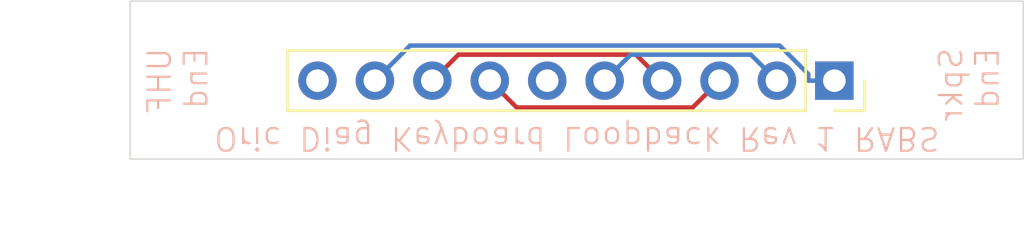
<source format=kicad_pcb>
(kicad_pcb (version 20241229) (generator "pcbnew") (generator_version "9.0")
  (title_block (date "2025-10-17") (rev "1") (comment 2 "This is a redrwan Schematic of Mike Brown's Oric Diag Board"))
  (layers (0 "F.Cu" signal) (2 "B.Cu" signal) (13 "F.Paste" user) (15 "B.Paste" user) (5 "F.SilkS" user "F.Silkscreen") (7 "B.SilkS" user "B.Silkscreen") (1 "F.Mask" user) (3 "B.Mask" user) (25 "Edge.Cuts" user))
  (net 0 "")
  (net 1 "Net-(J2-Pin_11)")
  (net 2 "Net-(J2-Pin_12)")
  (net 3 "Net-(J2-Pin_6)")
  (net 5 "Net-(J2-Pin_13)")
  (footprint "Connector_PinSocket_2.54mm:PinSocket_1x10_P2.54mm_Vertical" (layer "F.Cu") (at 116.65 54.525 -90)
    (property "Reference" "J2" (hide yes))
    (property "Value" "Conn_01x10_Socket" (hide yes))
    (fp_line (start -1.33 24.19) (end 1.33 24.19) (stroke (width 0.12)) (layer "F.SilkS"))
    (fp_line (start -1.33 1.27) (end -1.33 24.19) (stroke (width 0.12)) (layer "F.SilkS"))
    (fp_line (start -1.33 1.27) (end 1.33 1.27) (stroke (width 0.12)) (layer "F.SilkS"))
    (fp_line (start 1.33 1.27) (end 1.33 24.19) (stroke (width 0.12)) (layer "F.SilkS"))
    (fp_line (start 0 -1.33) (end 1.33 -1.33) (stroke (width 0.12)) (layer "F.SilkS"))
    (fp_line (start 1.33 -1.33) (end 1.33 0) (stroke (width 0.12)) (layer "F.SilkS"))
    (pad "5" thru_hole rect (at 0 0 270) (size 1.7 1.7) (drill 1) (layers "*.Cu" "*.Mask") (net 5 "Net-(J2-Pin_13)"))
    (pad "6" thru_hole circle (at 0 2.54 270) (size 1.7 1.7) (drill 1) (layers "*.Cu" "*.Mask") (net 3 "Net-(J2-Pin_6)"))
    (pad "7" thru_hole circle (at 0 5.08 270) (size 1.7 1.7) (drill 1) (layers "*.Cu" "*.Mask") (net 1 "Net-(J2-Pin_11)"))
    (pad "8" thru_hole circle (at 0 7.62 270) (size 1.7 1.7) (drill 1) (layers "*.Cu" "*.Mask") (net 2 "Net-(J2-Pin_12)"))
    (pad "9" thru_hole circle (at 0 10.16 270) (size 1.7 1.7) (drill 1) (layers "*.Cu" "*.Mask") (net 3 "Net-(J2-Pin_6)"))
    (pad "10" thru_hole circle (at 0 12.7 270) (size 1.7 1.7) (drill 1) (layers "*.Cu" "*.Mask"))
    (pad "11" thru_hole circle (at 0 15.24 270) (size 1.7 1.7) (drill 1) (layers "*.Cu" "*.Mask") (net 1 "Net-(J2-Pin_11)"))
    (pad "12" thru_hole circle (at 0 17.78 270) (size 1.7 1.7) (drill 1) (layers "*.Cu" "*.Mask") (net 2 "Net-(J2-Pin_12)"))
    (pad "13" thru_hole circle (at 0 20.32 270) (size 1.7 1.7) (drill 1) (layers "*.Cu" "*.Mask") (net 5 "Net-(J2-Pin_13)"))
    (pad "14" thru_hole circle (at 0 22.86 270) (size 1.7 1.7) (drill 1) (layers "*.Cu" "*.Mask"))
  )
  (gr_rect (start 85.5 51) (end 125 58) (stroke (width 0.05)) (fill no) (layer "Edge.Cuts"))
  (gr_text "Oric Diag Keyboard Loopback Rev 1 RABS" (at 89.152379 56.5 180) (layer "B.SilkS") (effects (font (size 1 1) (thickness 0.1)) (justify left bottom mirror)))
  (gr_text "UHF\nEnd" (at 89 53 90) (layer "B.SilkS") (effects (font (size 1 1) (thickness 0.1)) (justify left bottom mirror)))
  (gr_text "Spkr \nEnd" (at 124 53 90) (layer "B.SilkS") (effects (font (size 1 1) (thickness 0.1)) (justify left bottom mirror)))
  (segment (start 110.379 55.716) (end 111.57 54.525) (width 0.2) (layer "F.Cu") (net 1))
  (segment (start 102.601 55.716) (end 110.379 55.716) (width 0.2) (layer "F.Cu") (net 1))
  (segment (start 101.41 54.525) (end 102.601 55.716) (width 0.2) (layer "F.Cu") (net 1))
  (segment (start 107.8754 53.3704) (end 109.03 54.525) (width 0.2) (layer "F.Cu") (net 2))
  (segment (start 100.0246 53.3704) (end 107.8754 53.3704) (width 0.2) (layer "F.Cu") (net 2))
  (segment (start 98.87 54.525) (end 100.0246 53.3704) (width 0.2) (layer "F.Cu") (net 2))
  (segment (start 107.6417 53.3733) (end 112.9583 53.3733) (width 0.2) (layer "B.Cu") (net 3))
  (segment (start 112.9583 53.3733) (end 114.11 54.525) (width 0.2) (layer "B.Cu") (net 3))
  (segment (start 106.49 54.525) (end 107.6417 53.3733) (width 0.2) (layer "B.Cu") (net 3))
  (segment (start 115.4983 54.237) (end 114.2299 52.9686) (width 0.2) (layer "B.Cu") (net 5))
  (segment (start 116.65 54.525) (end 115.4983 54.525) (width 0.2) (layer "B.Cu") (net 5))
  (segment (start 115.4983 54.525) (end 115.4983 54.237) (width 0.2) (layer "B.Cu") (net 5))
  (segment (start 114.2299 52.9686) (end 97.8864 52.9686) (width 0.2) (layer "B.Cu") (net 5))
  (segment (start 97.8864 52.9686) (end 96.33 54.525) (width 0.2) (layer "B.Cu") (net 5))
)
</source>
